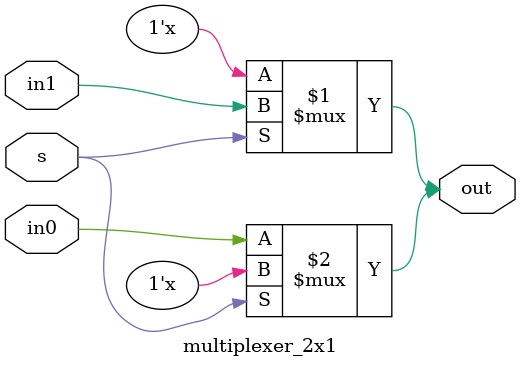
<source format=v>
/*

Design a 2 to 1 Multiplexer using bufif0 & bufif1 gates

the delay specifications for the two gates are:

		|	Min		|	Typ		|	Max
Rise	|	 1		|	 2		|	 3
Fall	|	 3		|	 4		|	 5
Turnoff	|	 5		|	 6		|	 7

Apply the stimulus and test the output values.

*/

module multiplexer_2x1(in0,in1,s,out);

input in0,in1,s;

output out;

bufif1 #(1:2:3,3:4:5,5:6:7)(out,in1,s); // Min, Typ and Max Delays Associated with Gates in their
										// Rise Delay, Fall Delay & Turnoff Delay
bufif0 #(1:2:3,3:4:5,5:6:7)(out,in0,s);

endmodule
</source>
